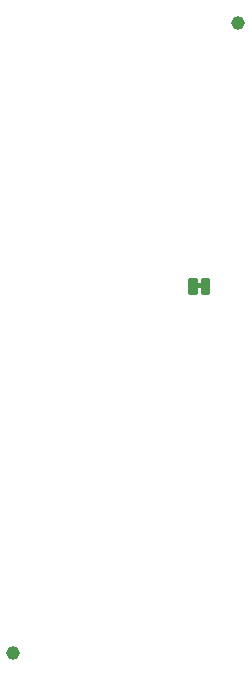
<source format=gbs>
G04 EAGLE Gerber RS-274X export*
G75*
%MOMM*%
%FSLAX34Y34*%
%LPD*%
%INSoldermask Bottom*%
%IPPOS*%
%AMOC8*
5,1,8,0,0,1.08239X$1,22.5*%
G01*
%ADD10C,0.251966*%
%ADD11C,1.152400*%

G36*
X299150Y347357D02*
X299150Y347357D01*
X299216Y347359D01*
X299259Y347377D01*
X299306Y347385D01*
X299363Y347419D01*
X299423Y347444D01*
X299458Y347475D01*
X299499Y347500D01*
X299541Y347551D01*
X299589Y347595D01*
X299611Y347637D01*
X299640Y347674D01*
X299661Y347736D01*
X299692Y347795D01*
X299700Y347849D01*
X299712Y347886D01*
X299711Y347926D01*
X299719Y347980D01*
X299719Y350520D01*
X299708Y350585D01*
X299706Y350651D01*
X299688Y350694D01*
X299680Y350741D01*
X299646Y350798D01*
X299621Y350858D01*
X299590Y350893D01*
X299565Y350934D01*
X299514Y350976D01*
X299470Y351024D01*
X299428Y351046D01*
X299391Y351075D01*
X299329Y351096D01*
X299270Y351127D01*
X299216Y351135D01*
X299179Y351147D01*
X299139Y351146D01*
X299085Y351154D01*
X295275Y351154D01*
X295210Y351143D01*
X295144Y351141D01*
X295101Y351123D01*
X295054Y351115D01*
X294997Y351081D01*
X294937Y351056D01*
X294902Y351025D01*
X294861Y351000D01*
X294820Y350949D01*
X294771Y350905D01*
X294749Y350863D01*
X294720Y350826D01*
X294699Y350764D01*
X294668Y350705D01*
X294660Y350651D01*
X294648Y350614D01*
X294648Y350611D01*
X294649Y350574D01*
X294641Y350520D01*
X294641Y347980D01*
X294652Y347915D01*
X294654Y347849D01*
X294672Y347806D01*
X294680Y347759D01*
X294714Y347702D01*
X294739Y347642D01*
X294770Y347607D01*
X294795Y347566D01*
X294846Y347525D01*
X294890Y347476D01*
X294932Y347454D01*
X294969Y347425D01*
X295031Y347404D01*
X295090Y347373D01*
X295144Y347365D01*
X295181Y347353D01*
X295221Y347354D01*
X295275Y347346D01*
X299085Y347346D01*
X299150Y347357D01*
G37*
D10*
X299583Y355102D02*
X305191Y355102D01*
X305191Y343398D01*
X299583Y343398D01*
X299583Y355102D01*
X299583Y345792D02*
X305191Y345792D01*
X305191Y348186D02*
X299583Y348186D01*
X299583Y350580D02*
X305191Y350580D01*
X305191Y352974D02*
X299583Y352974D01*
X294777Y355102D02*
X289169Y355102D01*
X294777Y355102D02*
X294777Y343398D01*
X289169Y343398D01*
X289169Y355102D01*
X289169Y345792D02*
X294777Y345792D01*
X294777Y348186D02*
X289169Y348186D01*
X289169Y350580D02*
X294777Y350580D01*
X294777Y352974D02*
X289169Y352974D01*
D11*
X139700Y38100D03*
X330200Y571500D03*
M02*

</source>
